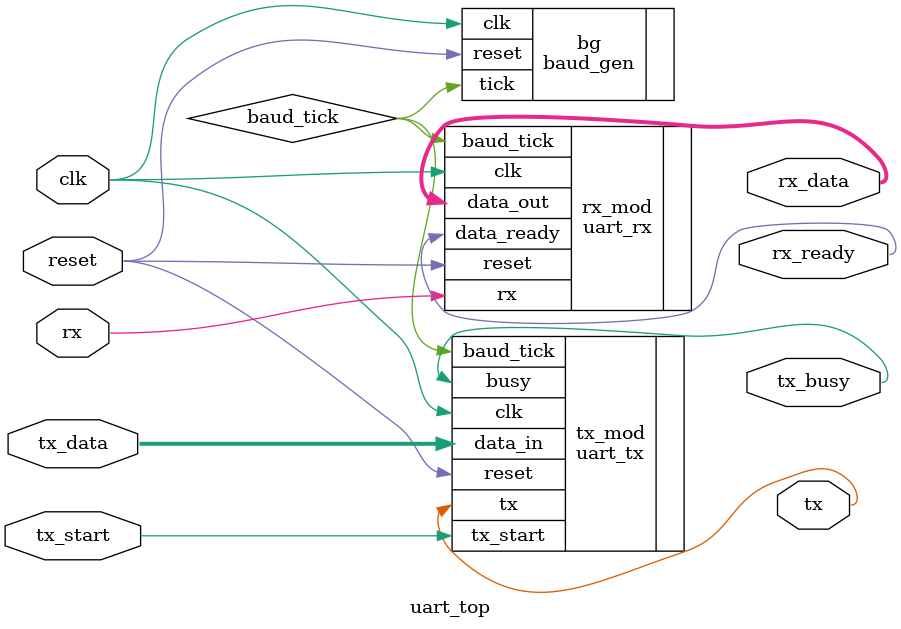
<source format=v>
module uart_top (
    input wire clk,
    input wire reset,
    input wire tx_start,
    input wire [7:0] tx_data,
    input wire rx,
    output wire tx,
    output wire [7:0] rx_data,
    output wire rx_ready,
    output wire tx_busy
);

wire baud_tick;

baud_gen bg (
    .clk(clk),
    .reset(reset),
    .tick(baud_tick)
);

uart_tx tx_mod (
    .clk(clk),
    .reset(reset),
    .tx_start(tx_start),
    .baud_tick(baud_tick),
    .data_in(tx_data),
    .tx(tx),
    .busy(tx_busy)
);

uart_rx rx_mod (
    .clk(clk),
    .reset(reset),
    .rx(rx),
    .baud_tick(baud_tick),
    .data_out(rx_data),
    .data_ready(rx_ready)
);

endmodule

</source>
